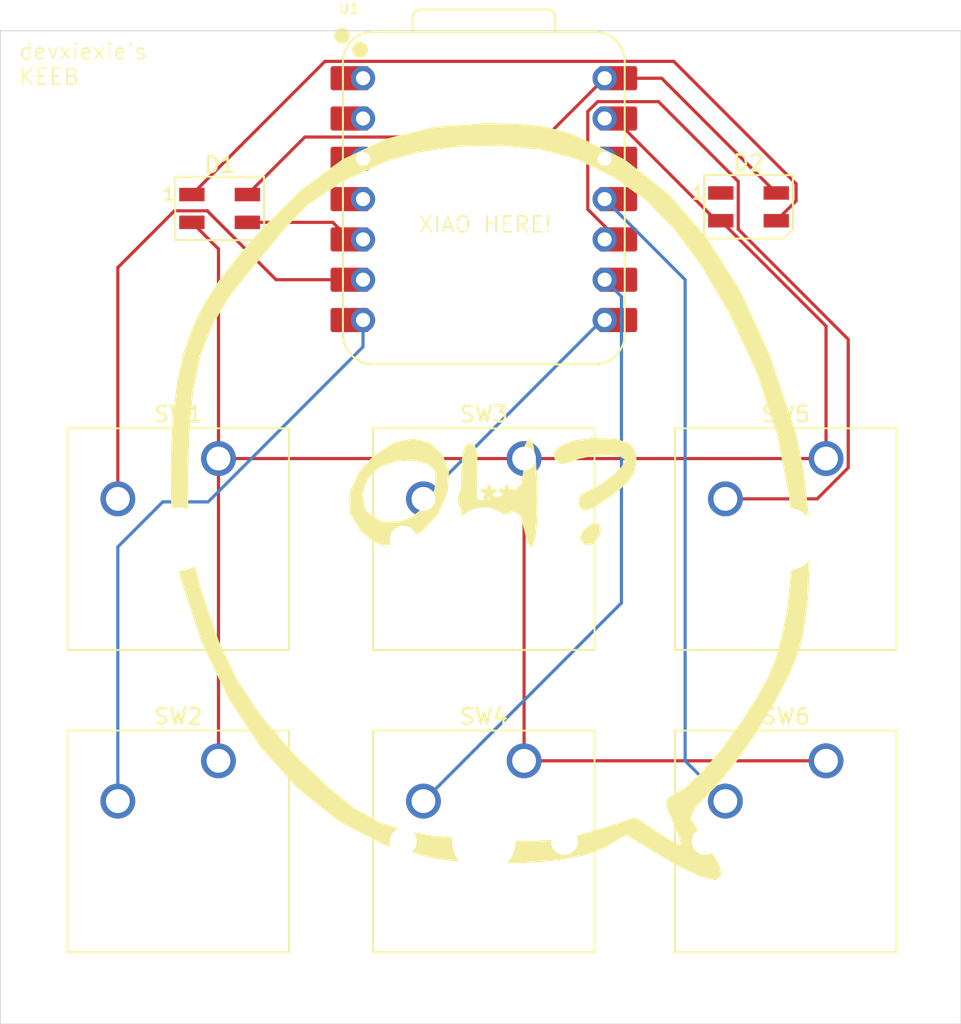
<source format=kicad_pcb>
(kicad_pcb (version 20240108) (generator "pcbnew") (generator_version "8.0")
  (layers (0 "F.Cu" signal) (31 "B.Cu" signal) (34 "B.Paste" user) (35 "F.Paste" user) (36 "B.SilkS" user "B.Silkscreen") (37 "F.SilkS" user "F.Silkscreen") (38 "B.Mask" user) (39 "F.Mask" user) (44 "Edge.Cuts" user))
  (net 0 "")
  (net 1 "Net-(D1-DOUT)")
  (net 2 "GND")
  (net 3 "+5V")
  (net 4 "Net-(D1-DIN)")
  (net 6 "Net-(U1-GPIO7{slash}SCL)")
  (net 7 "Net-(U1-GPIO0{slash}TX)")
  (net 8 "Net-(U1-GPIO1{slash}RX)")
  (net 9 "Net-(U1-GPIO2{slash}SCK)")
  (net 10 "Net-(U1-GPIO4{slash}MISO)")
  (net 11 "Net-(U1-GPIO3{slash}MOSI)")
  (footprint "Button_Switch_Keyboard:SW_Cherry_MX_1.00u_PCB" (layer "F.Cu") (at 135.659 78.26375)
    (property "Reference" "SW1" (at -2.54 -2.794 0) (layer "F.SilkS"))
    (property "Value" "SW_Push")
    (fp_line (start -9.525 -1.905) (end 4.445 -1.905) (stroke (width 0.12)) (layer "F.SilkS"))
    (fp_line (start -9.525 12.065) (end -9.525 -1.905) (stroke (width 0.12)) (layer "F.SilkS"))
    (fp_line (start 4.445 -1.905) (end 4.445 12.065) (stroke (width 0.12)) (layer "F.SilkS"))
    (fp_line (start 4.445 12.065) (end -9.525 12.065) (stroke (width 0.12)) (layer "F.SilkS"))
    (pad "" np_thru_hole circle (at -7.62 5.08) (size 1.7 1.7) (drill 1.7) (layers "*.Cu" "*.Mask"))
    (pad "" np_thru_hole circle (at -2.54 5.08) (size 4 4) (drill 4) (layers "*.Cu" "*.Mask"))
    (pad "" np_thru_hole circle (at 2.54 5.08) (size 1.7 1.7) (drill 1.7) (layers "*.Cu" "*.Mask"))
    (pad "1" thru_hole circle (at 0 0) (size 2.2 2.2) (drill 1.5) (layers "*.Cu" "*.Mask") (net 2 "GND"))
    (pad "2" thru_hole circle (at -6.35 2.54) (size 2.2 2.2) (drill 1.5) (layers "*.Cu" "*.Mask") (net 6 "Net-(U1-GPIO7{slash}SCL)"))
  )
  (footprint "LOGO" (layer "F.Cu") (at 153.1 80.9)
    (property "Reference" "G***" (at 0 0 0) (layer "F.SilkS") (effects (font (size 1.5 1.5) (thickness 0.3))))
    (property "Value" "LOGO" (hide yes))
    (fp_poly (pts (xy 6.626234 1.499634) (xy 6.642159 1.514461) (xy 6.67973 1.947754) (xy 6.588456 2.274149) (xy 6.176312 2.760985) (xy 5.673362 2.817309) (xy 5.375281 2.433449) (xy 5.366197 2.314125) (xy 5.616012 1.799539) (xy 6.145835 1.459222)) (fill solid) (layer "F.SilkS"))
    (fp_poly (pts (xy 7.687946 -3.864554) (xy 8.502336 -3.603756) (xy 8.87485 -3.079575) (xy 8.943662 -2.468194) (xy 8.785496 -1.686793) (xy 8.216795 -0.965492) (xy 7.459 -0.35999) (xy 6.427259 0.352881) (xy 5.807857 0.652528) (xy 5.456481 0.575249) (xy 5.243854 0.197187) (xy 5.355992 -0.325976) (xy 5.712698 -0.53305) (xy 6.48941 -0.91123) (xy 7.323039 -1.496623) (xy 7.980115 -2.103867) (xy 8.228169 -2.53019) (xy 7.920047 -2.762156) (xy 7.163538 -2.851382) (xy 6.210426 -2.802401) (xy 5.312496 -2.619749) (xy 4.946524 -2.471083) (xy 4.220374 -2.266449) (xy 3.807367 -2.495167) (xy 3.673464 -2.981303) (xy 4.114002 -3.436749) (xy 4.989666 -3.781009) (xy 6.16114 -3.933585) (xy 6.29968 -3.935211)) (fill solid) (layer "F.SilkS"))
    (fp_poly (pts (xy -4.088708 -3.617182) (xy -3.302891 -2.895731) (xy -2.898231 -1.825227) (xy -2.977119 -0.497142) (xy -3.587087 0.909934) (xy -4.586414 1.956305) (xy -5.938354 2.66445) (xy -7.045702 2.861972) (xy -7.615173 2.625712) (xy -8.35746 2.046451) (xy -8.465847 1.941324) (xy -9.155669 0.81238) (xy -9.184465 -0.431973) (xy -8.35522 -0.431973) (xy -8.192083 0.498479) (xy -8.004018 0.765526) (xy -7.120464 1.346156) (xy -6.008464 1.315249) (xy -5.243607 1.033791) (xy -4.364031 0.328255) (xy -3.812826 -0.688146) (xy -3.740378 -1.723284) (xy -3.769386 -1.82984) (xy -4.252809 -2.29812) (xy -5.163128 -2.511011) (xy -6.251066 -2.447059) (xy -7.195573 -2.124727) (xy -7.999482 -1.390633) (xy -8.35522 -0.431973) (xy -9.184465 -0.431973) (xy -9.185233 -0.465178) (xy -8.568933 -1.801685) (xy -7.709204 -2.772535) (xy -6.394254 -3.647054) (xy -5.153293 -3.898113)) (fill solid) (layer "F.SilkS"))
    (fp_poly (pts (xy 2.235915 -3.845774) (xy 2.436611 -3.448994) (xy 2.582077 -2.539693) (xy 2.669759 -1.311971) (xy 2.697103 0.040071) (xy 2.661555 1.322334) (xy 2.560562 2.340716) (xy 2.391569 2.901118) (xy 2.325352 2.951409) (xy 2.053552 2.703467) (xy 1.86664 1.97925) (xy 1.855502 1.878169) (xy 1.615769 0.987313) (xy 1.205927 0.715493) (xy 0.088634 1.034803) (xy -0.814739 1.849617) (xy -1.08151 2.347104) (xy -1.469012 3.11672) (xy -1.774032 3.186983) (xy -1.991537 2.569829) (xy -2.116494 1.277196) (xy -2.146479 -0.178873) (xy -2.12907 -1.786992) (xy -2.063135 -2.804248) (xy -1.928114 -3.354726) (xy -1.703446 -3.56251) (xy -1.583337 -3.577464) (xy -1.239118 -3.425781) (xy -1.098466 -2.866569) (xy -1.110385 -1.878169) (xy -1.13397 -0.851927) (xy -1.091772 -0.169295) (xy -1.047472 -0.032175) (xy -0.644489 -0.040154) (xy 0.170005 -0.240914) (xy 0.447183 -0.328229) (xy 1.275441 -0.650757) (xy 1.665559 -1.058689) (xy 1.781883 -1.803736) (xy 1.788732 -2.382908) (xy 1.859592 -3.43567) (xy 2.085083 -3.849204)) (fill solid) (layer "F.SilkS"))
    (fp_poly (pts (xy 1.438981 -23.731243) (xy 2.951369 -23.582163) (xy 4.248969 -23.290098) (xy 5.161066 -22.982698) (xy 8.199912 -21.475645) (xy 10.937783 -19.336779) (xy 13.378423 -16.561001) (xy 15.525577 -13.143217) (xy 17.382989 -9.07833) (xy 18.954404 -4.361241) (xy 19.023887 -4.114084) (xy 19.500044 -1.825469) (xy 19.784539 0.796083) (xy 19.874348 3.526294) (xy 19.766448 6.140886) (xy 19.457814 8.415582) (xy 19.2064 9.424358) (xy 18.570258 10.997614) (xy 17.58607 12.865304) (xy 16.390919 14.810663) (xy 15.121889 16.616928) (xy 13.916063 18.067333) (xy 13.447141 18.53123) (xy 12.6677 19.366178) (xy 12.372633 19.98594) (xy 12.406171 20.141089) (xy 12.766915 20.700384) (xy 13.333449 21.551672) (xy 13.489492 21.783021) (xy 14.164673 22.958827) (xy 14.29916 23.677077) (xy 13.904962 23.934578) (xy 12.994092 23.728141) (xy 11.578558 23.054573) (xy 10.669779 22.532313) (xy 8.281812 21.099523) (xy 6.927484 21.898596) (xy 5.684096 22.371716) (xy 3.906768 22.69827) (xy 1.763959 22.867961) (xy -0.575874 22.870491) (xy -2.944272 22.695564) (xy -3.933995 22.562526) (xy -6.947815 21.740445) (xy -9.792329 20.265683) (xy -12.420598 18.190508) (xy -14.785682 15.567192) (xy -16.840641 12.448003) (xy -18.538534 8.885212) (xy -19.832423 4.931089) (xy -19.858698 4.829578) (xy -20.229559 2.76333) (xy -20.430899 0.26839) (xy -20.432765 0.125765) (xy -19.345111 0.125765) (xy -19.285082 1.709) (xy -19.1376 3.026524) (xy -18.876737 4.302783) (xy -18.476567 5.762223) (xy -18.437882 5.893199) (xy -17.428787 8.848684) (xy -16.248556 11.327983) (xy -14.757436 13.569714) (xy -12.815678 15.812494) (xy -12.342254 16.301189) (xy -10.530681 18.05649) (xy -8.945505 19.339441) (xy -7.404586 20.22976) (xy -5.725785 20.807163) (xy -3.726963 21.151368) (xy -1.225979 21.342092) (xy -0.776319 21.36328) (xy 1.226601 21.438848) (xy 2.705983 21.447923) (xy 3.851984 21.374682) (xy 4.854763 21.203304) (xy 5.904478 20.917964) (xy 6.382493 20.767606) (xy 8.879801 19.964614) (xy 10.232944 20.884099) (xy 11.060928 21.405411) (xy 11.608125 21.672589) (xy 11.711194 21.678478) (xy 11.650843 21.310903) (xy 11.349877 20.538566) (xy 11.19491 20.199225) (xy 10.823938 19.305158) (xy 10.807692 18.848509) (xy 11.035371 18.68258) (xy 11.954128 18.129086) (xy 13.089555 17.073622) (xy 14.320179 15.644767) (xy 15.524528 13.971098) (xy 15.60911 13.841297) (xy 16.584747 12.292752) (xy 17.25248 11.075569) (xy 17.715012 9.935167) (xy 18.075048 8.616961) (xy 18.435289 6.866371) (xy 18.446531 6.807857) (xy 18.778315 3.394724) (xy 18.551593 -0.300816) (xy 17.79219 -4.148267) (xy 16.52593 -8.017132) (xy 14.778637 -11.776914) (xy 14.763096 -11.805633) (xy 13.02935 -14.746687) (xy 11.313376 -17.081139) (xy 9.516263 -18.908304) (xy 7.539102 -20.327496) (xy 5.282983 -21.438027) (xy 5.094475 -21.513742) (xy 2.936845 -22.095843) (xy 0.386689 -22.355425) (xy -2.311569 -22.295888) (xy -4.913506 -21.920632) (xy -6.890325 -21.347013) (xy -9.584065 -20.098466) (xy -11.766585 -18.631082) (xy -13.23662 -17.143364) (xy -14.022274 -16.162403) (xy -14.982653 -15.013957) (xy -15.408428 -14.520164) (xy -16.808325 -12.749558) (xy -17.848076 -10.990858) (xy -18.574791 -9.093557) (xy -19.035578 -6.907146) (xy -19.277545 -4.281119) (xy -19.343612 -1.947631) (xy -19.345111 0.125765) (xy -20.432765 0.125765) (xy -20.466146 -2.42635) (xy -20.338726 -5.091999) (xy -20.052065 -7.499662) (xy -19.647171 -9.301408) (xy -19.073214 -10.921689) (xy -18.358537 -12.389895) (xy -17.398071 -13.873516) (xy -16.086748 -15.540042) (xy -14.813918 -17.006105) (xy -12.23289 -19.57733) (xy -9.620597 -21.488346) (xy -6.869075 -22.790315) (xy -3.87036 -23.534397) (xy -0.53662 -23.77174)) (fill solid) (layer "F.SilkS"))
  )
  (footprint "Button_Switch_Keyboard:SW_Cherry_MX_1.00u_PCB" (layer "F.Cu") (at 154.94 97.31375)
    (property "Reference" "SW4" (at -2.54 -2.794 0) (layer "F.SilkS"))
    (property "Value" "SW_Push")
    (fp_line (start -9.525 -1.905) (end 4.445 -1.905) (stroke (width 0.12)) (layer "F.SilkS"))
    (fp_line (start -9.525 12.065) (end -9.525 -1.905) (stroke (width 0.12)) (layer "F.SilkS"))
    (fp_line (start 4.445 -1.905) (end 4.445 12.065) (stroke (width 0.12)) (layer "F.SilkS"))
    (fp_line (start 4.445 12.065) (end -9.525 12.065) (stroke (width 0.12)) (layer "F.SilkS"))
    (pad "" np_thru_hole circle (at -7.62 5.08) (size 1.7 1.7) (drill 1.7) (layers "*.Cu" "*.Mask"))
    (pad "" np_thru_hole circle (at -2.54 5.08) (size 4 4) (drill 4) (layers "*.Cu" "*.Mask"))
    (pad "" np_thru_hole circle (at 2.54 5.08) (size 1.7 1.7) (drill 1.7) (layers "*.Cu" "*.Mask"))
    (pad "1" thru_hole circle (at 0 0) (size 2.2 2.2) (drill 1.5) (layers "*.Cu" "*.Mask") (net 2 "GND"))
    (pad "2" thru_hole circle (at -6.35 2.54) (size 2.2 2.2) (drill 1.5) (layers "*.Cu" "*.Mask") (net 9 "Net-(U1-GPIO2{slash}SCK)"))
  )
  (footprint "LED_SMD:LED_SK6812MINI_PLCC4_3.5x3.5mm_P1.75mm" (layer "F.Cu") (at 135.73125 62.5)
    (property "Reference" "D1" (at 0 -2.75 0) (layer "F.SilkS"))
    (property "Value" "SK6812MINI")
    (fp_line (start -2.8 -2) (end -2.8 2) (stroke (width 0.12)) (layer "F.SilkS"))
    (fp_line (start -2.8 -2) (end 2.8 -2) (stroke (width 0.12)) (layer "F.SilkS"))
    (fp_line (start -2.8 2) (end 2.2 2) (stroke (width 0.12)) (layer "F.SilkS"))
    (fp_line (start 2.8 1.4) (end 2.2 2) (stroke (width 0.12)) (layer "F.SilkS"))
    (fp_line (start 2.8 1.4) (end 2.8 -2) (stroke (width 0.12)) (layer "F.SilkS"))
    (fp_text user "1" (at -3.2 -0.875 0) (layer "F.SilkS") (effects (font (size 0.8 0.8))))
    (pad "1" smd rect (at -1.75 -0.875) (size 1.6 0.85) (layers "F.Cu" "F.Paste" "F.Mask") (net 1 "Net-(D1-DOUT)"))
    (pad "2" smd rect (at -1.75 0.875) (size 1.6 0.85) (layers "F.Cu" "F.Paste" "F.Mask") (net 2 "GND"))
    (pad "3" smd rect (at 1.75 0.875) (size 1.6 0.85) (layers "F.Cu" "F.Paste" "F.Mask") (net 4 "Net-(D1-DIN)"))
    (pad "4" smd rect (at 1.75 -0.875) (size 1.6 0.85) (layers "F.Cu" "F.Paste" "F.Mask") (net 3 "+5V"))
  )
  (footprint "LED_SMD:LED_SK6812MINI_PLCC4_3.5x3.5mm_P1.75mm" (layer "F.Cu") (at 169.1 62.4)
    (property "Reference" "D2" (at 0 -2.75 0) (layer "F.SilkS"))
    (property "Value" "SK6812MINI")
    (fp_line (start -2.8 -2) (end -2.8 2) (stroke (width 0.12)) (layer "F.SilkS"))
    (fp_line (start -2.8 -2) (end 2.8 -2) (stroke (width 0.12)) (layer "F.SilkS"))
    (fp_line (start -2.8 2) (end 2.2 2) (stroke (width 0.12)) (layer "F.SilkS"))
    (fp_line (start 2.8 1.4) (end 2.2 2) (stroke (width 0.12)) (layer "F.SilkS"))
    (fp_line (start 2.8 1.4) (end 2.8 -2) (stroke (width 0.12)) (layer "F.SilkS"))
    (fp_text user "1" (at -3.2 -0.875 0) (layer "F.SilkS") (effects (font (size 0.8 0.8))))
    (pad "1" smd rect (at -1.75 -0.875) (size 1.6 0.85) (layers "F.Cu" "F.Paste" "F.Mask"))
    (pad "2" smd rect (at -1.75 0.875) (size 1.6 0.85) (layers "F.Cu" "F.Paste" "F.Mask") (net 2 "GND"))
    (pad "3" smd rect (at 1.75 0.875) (size 1.6 0.85) (layers "F.Cu" "F.Paste" "F.Mask") (net 1 "Net-(D1-DOUT)"))
    (pad "4" smd rect (at 1.75 -0.875) (size 1.6 0.85) (layers "F.Cu" "F.Paste" "F.Mask") (net 3 "+5V"))
  )
  (footprint "Button_Switch_Keyboard:SW_Cherry_MX_1.00u_PCB" (layer "F.Cu") (at 154.94 78.26375)
    (property "Reference" "SW3" (at -2.54 -2.794 0) (layer "F.SilkS"))
    (property "Value" "SW_Push")
    (fp_line (start -9.525 -1.905) (end 4.445 -1.905) (stroke (width 0.12)) (layer "F.SilkS"))
    (fp_line (start -9.525 12.065) (end -9.525 -1.905) (stroke (width 0.12)) (layer "F.SilkS"))
    (fp_line (start 4.445 -1.905) (end 4.445 12.065) (stroke (width 0.12)) (layer "F.SilkS"))
    (fp_line (start 4.445 12.065) (end -9.525 12.065) (stroke (width 0.12)) (layer "F.SilkS"))
    (pad "" np_thru_hole circle (at -7.62 5.08) (size 1.7 1.7) (drill 1.7) (layers "*.Cu" "*.Mask"))
    (pad "" np_thru_hole circle (at -2.54 5.08) (size 4 4) (drill 4) (layers "*.Cu" "*.Mask"))
    (pad "" np_thru_hole circle (at 2.54 5.08) (size 1.7 1.7) (drill 1.7) (layers "*.Cu" "*.Mask"))
    (pad "1" thru_hole circle (at 0 0) (size 2.2 2.2) (drill 1.5) (layers "*.Cu" "*.Mask") (net 2 "GND"))
    (pad "2" thru_hole circle (at -6.35 2.54) (size 2.2 2.2) (drill 1.5) (layers "*.Cu" "*.Mask") (net 8 "Net-(U1-GPIO1{slash}RX)"))
  )
  (footprint "OPL:XIAO-RP2040-DIP" (layer "F.Cu") (at 152.4 61.9125)
    (property "Reference" "U1" (at -8.5 -12 0) (layer "F.SilkS") (effects (font (size 0.635 0.635) (thickness 0.1016))))
    (property "Value" "XIAO-RP2040-DIP")
    (fp_line (start -8.89 8.509) (end -8.89 -8.636) (stroke (width 0.127)) (layer "F.SilkS"))
    (fp_line (start -6.985 10.414) (end 6.985 10.414) (stroke (width 0.127)) (layer "F.SilkS"))
    (fp_line (start -4.495 -10.541) (end -4.491272 -11.451272) (stroke (width 0.127)) (layer "F.SilkS"))
    (fp_line (start -3.991272 -11.951) (end 4.004 -11.951) (stroke (width 0.127)) (layer "F.SilkS"))
    (fp_line (start 4.504 -11.451) (end 4.504 -10.541) (stroke (width 0.127)) (layer "F.SilkS"))
    (fp_line (start 6.985 -10.541) (end -6.985 -10.541) (stroke (width 0.1)) (layer "F.SilkS"))
    (fp_line (start 6.985 -10.541) (end -6.985 -10.541) (stroke (width 0.127)) (layer "F.SilkS"))
    (fp_line (start 8.89 8.509) (end 8.89 -8.636) (stroke (width 0.127)) (layer "F.SilkS"))
    (fp_arc (start -8.89 -8.636) (mid -8.332038 -9.983038) (end -6.985 -10.541) (stroke (width 0.127)) (layer "F.SilkS"))
    (fp_arc (start -6.985 10.414) (mid -8.332038 9.856038) (end -8.89 8.509) (stroke (width 0.127)) (layer "F.SilkS"))
    (fp_arc (start -4.491272 -11.451272) (mid -4.344724 -11.804644) (end -3.991272 -11.951) (stroke (width 0.127)) (layer "F.SilkS"))
    (fp_arc (start 4.004 -11.951) (mid 4.357553 -11.804553) (end 4.504 -11.451) (stroke (width 0.127)) (layer "F.SilkS"))
    (fp_arc (start 6.985 -10.541) (mid 8.332038 -9.983038) (end 8.89 -8.636) (stroke (width 0.127)) (layer "F.SilkS"))
    (fp_arc (start 8.89 8.509) (mid 8.332038 9.856038) (end 6.985 10.414) (stroke (width 0.127)) (layer "F.SilkS"))
    (fp_circle (center -8.95 -10.3) (end -8.95 -10.554) (stroke (width 0.5)) (fill solid) (layer "F.SilkS"))
    (fp_circle (center -7.807 -9.42) (end -7.807 -9.674) (stroke (width 0.5)) (fill solid) (layer "F.SilkS"))
    (pad "1" smd roundrect (at -8.455 -7.62 180) (size 2.432 1.524) (layers "F.Cu" "F.Mask") (roundrect_rratio 0.1))
    (pad "1" thru_hole circle (at -7.62 -7.62 180) (size 1.524 1.524) (drill 0.889) (layers "*.Cu" "*.Mask"))
    (pad "2" smd roundrect (at -8.455 -5.08 180) (size 2.432 1.524) (layers "F.Cu" "F.Mask") (roundrect_rratio 0.1))
    (pad "2" thru_hole circle (at -7.62 -5.08 180) (size 1.524 1.524) (drill 0.889) (layers "*.Cu" "*.Mask"))
    (pad "3" smd roundrect (at -8.455 -2.54 180) (size 2.432 1.524) (layers "F.Cu" "F.Mask") (roundrect_rratio 0.1))
    (pad "3" thru_hole circle (at -7.62 -2.54 180) (size 1.524 1.524) (drill 0.889) (layers "*.Cu" "*.Mask"))
    (pad "4" smd roundrect (at -8.455 0 180) (size 2.432 1.524) (layers "F.Cu" "F.Mask") (roundrect_rratio 0.1))
    (pad "4" thru_hole circle (at -7.62 0 180) (size 1.524 1.524) (drill 0.889) (layers "*.Cu" "*.Mask"))
    (pad "5" smd roundrect (at -8.455 2.54 180) (size 2.432 1.524) (layers "F.Cu" "F.Mask") (roundrect_rratio 0.1) (net 4 "Net-(D1-DIN)"))
    (pad "5" thru_hole circle (at -7.62 2.54 180) (size 1.524 1.524) (drill 0.889) (layers "*.Cu" "*.Mask") (net 4 "Net-(D1-DIN)"))
    (pad "6" smd roundrect (at -8.455 5.08 180) (size 2.432 1.524) (layers "F.Cu" "F.Mask") (roundrect_rratio 0.1) (net 6 "Net-(U1-GPIO7{slash}SCL)"))
    (pad "6" thru_hole circle (at -7.62 5.08 180) (size 1.524 1.524) (drill 0.889) (layers "*.Cu" "*.Mask") (net 6 "Net-(U1-GPIO7{slash}SCL)"))
    (pad "7" smd roundrect (at -8.455 7.62 180) (size 2.432 1.524) (layers "F.Cu" "F.Mask") (roundrect_rratio 0.1) (net 7 "Net-(U1-GPIO0{slash}TX)"))
    (pad "7" thru_hole circle (at -7.62 7.62 180) (size 1.524 1.524) (drill 0.889) (layers "*.Cu" "*.Mask") (net 7 "Net-(U1-GPIO0{slash}TX)"))
    (pad "8" thru_hole circle (at 7.62 7.62) (size 1.524 1.524) (drill 0.889) (layers "*.Cu" "*.Mask") (net 8 "Net-(U1-GPIO1{slash}RX)"))
    (pad "8" smd roundrect (at 8.455 7.62) (size 2.432 1.524) (layers "F.Cu" "F.Mask") (roundrect_rratio 0.1) (net 8 "Net-(U1-GPIO1{slash}RX)"))
    (pad "9" thru_hole circle (at 7.62 5.08) (size 1.524 1.524) (drill 0.889) (layers "*.Cu" "*.Mask") (net 9 "Net-(U1-GPIO2{slash}SCK)"))
    (pad "9" smd roundrect (at 8.455 5.08) (size 2.432 1.524) (layers "F.Cu" "F.Mask") (roundrect_rratio 0.1) (net 9 "Net-(U1-GPIO2{slash}SCK)"))
    (pad "10" thru_hole circle (at 7.62 2.54) (size 1.524 1.524) (drill 0.889) (layers "*.Cu" "*.Mask") (net 10 "Net-(U1-GPIO4{slash}MISO)"))
    (pad "10" smd roundrect (at 8.455 2.54) (size 2.432 1.524) (layers "F.Cu" "F.Mask") (roundrect_rratio 0.1) (net 10 "Net-(U1-GPIO4{slash}MISO)"))
    (pad "11" thru_hole circle (at 7.62 0) (size 1.524 1.524) (drill 0.889) (layers "*.Cu" "*.Mask") (net 11 "Net-(U1-GPIO3{slash}MOSI)"))
    (pad "11" smd roundrect (at 8.455 0) (size 2.432 1.524) (layers "F.Cu" "F.Mask") (roundrect_rratio 0.1) (net 11 "Net-(U1-GPIO3{slash}MOSI)"))
    (pad "12" thru_hole circle (at 7.62 -2.54) (size 1.524 1.524) (drill 0.889) (layers "*.Cu" "*.Mask"))
    (pad "12" smd roundrect (at 8.455 -2.54) (size 2.432 1.524) (layers "F.Cu" "F.Mask") (roundrect_rratio 0.1))
    (pad "13" thru_hole circle (at 7.62 -5.08) (size 1.524 1.524) (drill 0.889) (layers "*.Cu" "*.Mask") (net 2 "GND"))
    (pad "13" smd roundrect (at 8.455 -5.08) (size 2.432 1.524) (layers "F.Cu" "F.Mask") (roundrect_rratio 0.1) (net 2 "GND"))
    (pad "14" thru_hole circle (at 7.62 -7.62) (size 1.524 1.524) (drill 0.889) (layers "*.Cu" "*.Mask") (net 3 "+5V"))
    (pad "14" smd roundrect (at 8.455 -7.62) (size 2.432 1.524) (layers "F.Cu" "F.Mask") (roundrect_rratio 0.1) (net 3 "+5V"))
  )
  (footprint "Button_Switch_Keyboard:SW_Cherry_MX_1.00u_PCB" (layer "F.Cu") (at 135.659 97.31375)
    (property "Reference" "SW2" (at -2.54 -2.794 0) (layer "F.SilkS"))
    (property "Value" "SW_Push")
    (fp_line (start -9.525 -1.905) (end 4.445 -1.905) (stroke (width 0.12)) (layer "F.SilkS"))
    (fp_line (start -9.525 12.065) (end -9.525 -1.905) (stroke (width 0.12)) (layer "F.SilkS"))
    (fp_line (start 4.445 -1.905) (end 4.445 12.065) (stroke (width 0.12)) (layer "F.SilkS"))
    (fp_line (start 4.445 12.065) (end -9.525 12.065) (stroke (width 0.12)) (layer "F.SilkS"))
    (pad "" np_thru_hole circle (at -7.62 5.08) (size 1.7 1.7) (drill 1.7) (layers "*.Cu" "*.Mask"))
    (pad "" np_thru_hole circle (at -2.54 5.08) (size 4 4) (drill 4) (layers "*.Cu" "*.Mask"))
    (pad "" np_thru_hole circle (at 2.54 5.08) (size 1.7 1.7) (drill 1.7) (layers "*.Cu" "*.Mask"))
    (pad "1" thru_hole circle (at 0 0) (size 2.2 2.2) (drill 1.5) (layers "*.Cu" "*.Mask") (net 2 "GND"))
    (pad "2" thru_hole circle (at -6.35 2.54) (size 2.2 2.2) (drill 1.5) (layers "*.Cu" "*.Mask") (net 7 "Net-(U1-GPIO0{slash}TX)"))
  )
  (footprint "Button_Switch_Keyboard:SW_Cherry_MX_1.00u_PCB" (layer "F.Cu") (at 173.99 78.26375)
    (property "Reference" "SW5" (at -2.54 -2.794 0) (layer "F.SilkS"))
    (property "Value" "SW_Push")
    (fp_line (start -9.525 -1.905) (end 4.445 -1.905) (stroke (width 0.12)) (layer "F.SilkS"))
    (fp_line (start -9.525 12.065) (end -9.525 -1.905) (stroke (width 0.12)) (layer "F.SilkS"))
    (fp_line (start 4.445 -1.905) (end 4.445 12.065) (stroke (width 0.12)) (layer "F.SilkS"))
    (fp_line (start 4.445 12.065) (end -9.525 12.065) (stroke (width 0.12)) (layer "F.SilkS"))
    (pad "" np_thru_hole circle (at -7.62 5.08) (size 1.7 1.7) (drill 1.7) (layers "*.Cu" "*.Mask"))
    (pad "" np_thru_hole circle (at -2.54 5.08) (size 4 4) (drill 4) (layers "*.Cu" "*.Mask"))
    (pad "" np_thru_hole circle (at 2.54 5.08) (size 1.7 1.7) (drill 1.7) (layers "*.Cu" "*.Mask"))
    (pad "1" thru_hole circle (at 0 0) (size 2.2 2.2) (drill 1.5) (layers "*.Cu" "*.Mask") (net 2 "GND"))
    (pad "2" thru_hole circle (at -6.35 2.54) (size 2.2 2.2) (drill 1.5) (layers "*.Cu" "*.Mask") (net 10 "Net-(U1-GPIO4{slash}MISO)"))
  )
  (footprint "Button_Switch_Keyboard:SW_Cherry_MX_1.00u_PCB" (layer "F.Cu") (at 173.99 97.31375)
    (property "Reference" "SW6" (at -2.54 -2.794 0) (layer "F.SilkS"))
    (property "Value" "SW_Push")
    (fp_line (start -9.525 -1.905) (end 4.445 -1.905) (stroke (width 0.12)) (layer "F.SilkS"))
    (fp_line (start -9.525 12.065) (end -9.525 -1.905) (stroke (width 0.12)) (layer "F.SilkS"))
    (fp_line (start 4.445 -1.905) (end 4.445 12.065) (stroke (width 0.12)) (layer "F.SilkS"))
    (fp_line (start 4.445 12.065) (end -9.525 12.065) (stroke (width 0.12)) (layer "F.SilkS"))
    (pad "" np_thru_hole circle (at -7.62 5.08) (size 1.7 1.7) (drill 1.7) (layers "*.Cu" "*.Mask"))
    (pad "" np_thru_hole circle (at -2.54 5.08) (size 4 4) (drill 4) (layers "*.Cu" "*.Mask"))
    (pad "" np_thru_hole circle (at 2.54 5.08) (size 1.7 1.7) (drill 1.7) (layers "*.Cu" "*.Mask"))
    (pad "1" thru_hole circle (at 0 0) (size 2.2 2.2) (drill 1.5) (layers "*.Cu" "*.Mask") (net 2 "GND"))
    (pad "2" thru_hole circle (at -6.35 2.54) (size 2.2 2.2) (drill 1.5) (layers "*.Cu" "*.Mask") (net 11 "Net-(U1-GPIO3{slash}MOSI)"))
  )
  (gr_rect (start 121.9 51.3) (end 182.5 113.9) (stroke (width 0.05)) (fill none) (layer "Edge.Cuts"))
  (gr_text "XIAO HERE!" (at 148.2 64.1 0) (layer "F.SilkS") (effects (font (size 1 1) (thickness 0.1)) (justify left bottom)))
  (gr_text "devxiexie's\nKEEB" (at 123 54.8 0) (layer "F.SilkS") (effects (font (size 1 1) (thickness 0.1)) (justify left bottom)))
  (segment (start 172.1 62.025) (end 170.85 63.275) (width 0.2) (layer "F.Cu") (net 1))
  (segment (start 142.37575 53.2305) (end 164.3805 53.2305) (width 0.2) (layer "F.Cu") (net 1))
  (segment (start 172.1 60.95) (end 172.1 62.025) (width 0.2) (layer "F.Cu") (net 1))
  (segment (start 133.98125 61.625) (end 142.37575 53.2305) (width 0.2) (layer "F.Cu") (net 1))
  (segment (start 164.3805 53.2305) (end 172.1 60.95) (width 0.2) (layer "F.Cu") (net 1))
  (segment (start 160.02 56.8325) (end 160.632214 56.8325) (width 0.2) (layer "F.Cu") (net 2))
  (segment (start 167.074714 63.275) (end 167.35 63.275) (width 0.2) (layer "F.Cu") (net 2))
  (segment (start 154.94 78.26375) (end 154.94 78.06) (width 0.2) (layer "F.Cu") (net 2))
  (segment (start 160.632214 56.8325) (end 167.074714 63.275) (width 0.2) (layer "F.Cu") (net 2))
  (segment (start 135.659 65.05275) (end 133.98125 63.375) (width 0.2) (layer "F.Cu") (net 2))
  (segment (start 154.94 97.31375) (end 173.99 97.31375) (width 0.2) (layer "F.Cu") (net 2))
  (segment (start 173.99 78.26375) (end 173.99 69.915) (width 0.2) (layer "F.Cu") (net 2))
  (segment (start 173.99 69.915) (end 167.35 63.275) (width 0.2) (layer "F.Cu") (net 2))
  (segment (start 154.73625 78.26375) (end 135.659 78.26375) (width 0.2) (layer "F.Cu") (net 2))
  (segment (start 154.94 78.26375) (end 173.99 78.26375) (width 0.2) (layer "F.Cu") (net 2))
  (segment (start 154.94 97.31375) (end 154.94 78.26375) (width 0.2) (layer "F.Cu") (net 2))
  (segment (start 135.659 97.31375) (end 135.659 78.26375) (width 0.2) (layer "F.Cu") (net 2))
  (segment (start 154.94 78.06) (end 154.73625 78.26375) (width 0.2) (layer "F.Cu") (net 2))
  (segment (start 135.659 78.26375) (end 135.659 65.05275) (width 0.2) (layer "F.Cu") (net 2))
  (segment (start 141.10625 58) (end 156.3125 58) (width 0.2) (layer "F.Cu") (net 3))
  (segment (start 156.3125 58) (end 160.02 54.2925) (width 0.2) (layer "F.Cu") (net 3))
  (segment (start 137.48125 61.625) (end 141.10625 58) (width 0.2) (layer "F.Cu") (net 3))
  (segment (start 163.6175 54.2925) (end 170.85 61.525) (width 0.2) (layer "F.Cu") (net 3))
  (segment (start 160.02 54.2925) (end 163.6175 54.2925) (width 0.2) (layer "F.Cu") (net 3))
  (segment (start 137.48125 63.375) (end 142.8675 63.375) (width 0.2) (layer "F.Cu") (net 4))
  (segment (start 142.8675 63.375) (end 143.945 64.4525) (width 0.2) (layer "F.Cu") (net 4))
  (segment (start 139.2925 66.9925) (end 143.945 66.9925) (width 0.2) (layer "F.Cu") (net 6))
  (segment (start 134.95 62.65) (end 139.2925 66.9925) (width 0.2) (layer "F.Cu") (net 6))
  (segment (start 129.309 66.22225) (end 132.88125 62.65) (width 0.2) (layer "F.Cu") (net 6))
  (segment (start 129.309 80.80375) (end 129.309 66.22225) (width 0.2) (layer "F.Cu") (net 6))
  (segment (start 132.88125 62.65) (end 134.95 62.65) (width 0.2) (layer "F.Cu") (net 6))
  (segment (start 135.00625 80.99375) (end 144.78 71.22) (width 0.2) (layer "B.Cu") (net 7))
  (segment (start 144.78 71.22) (end 144.78 69.5325) (width 0.2) (layer "B.Cu") (net 7))
  (segment (start 129.309 83.830348) (end 132.145598 80.99375) (width 0.2) (layer "B.Cu") (net 7))
  (segment (start 129.309 99.85375) (end 129.309 83.830348) (width 0.2) (layer "B.Cu") (net 7))
  (segment (start 132.145598 80.99375) (end 135.00625 80.99375) (width 0.2) (layer "B.Cu") (net 7))
  (segment (start 148.59 80.80375) (end 159.86125 69.5325) (width 0.2) (layer "B.Cu") (net 8))
  (segment (start 159.86125 69.5325) (end 160.02 69.5325) (width 0.2) (layer "B.Cu") (net 8))
  (segment (start 161.082 87.36175) (end 161.082 68.0545) (width 0.2) (layer "B.Cu") (net 9))
  (segment (start 161.082 68.0545) (end 160.02 66.9925) (width 0.2) (layer "B.Cu") (net 9))
  (segment (start 148.59 99.85375) (end 161.082 87.36175) (width 0.2) (layer "B.Cu") (net 9))
  (segment (start 175.39 78.843649) (end 175.39 70.749314) (width 0.2) (layer "F.Cu") (net 10))
  (segment (start 167.64 80.80375) (end 173.429899 80.80375) (width 0.2) (layer "F.Cu") (net 10))
  (segment (start 163.4205 55.7705) (end 159.580105 55.7705) (width 0.2) (layer "F.Cu") (net 10))
  (segment (start 175.39 70.749314) (end 168.45 63.809314) (width 0.2) (layer "F.Cu") (net 10))
  (segment (start 159.580105 55.7705) (end 158.958 56.392605) (width 0.2) (layer "F.Cu") (net 10))
  (segment (start 168.45 60.8) (end 163.4205 55.7705) (width 0.2) (layer "F.Cu") (net 10))
  (segment (start 173.429899 80.80375) (end 175.39 78.843649) (width 0.2) (layer "F.Cu") (net 10))
  (segment (start 158.958 56.392605) (end 158.958 62.5555) (width 0.2) (layer "F.Cu") (net 10))
  (segment (start 168.45 63.809314) (end 168.45 60.8) (width 0.2) (layer "F.Cu") (net 10))
  (segment (start 158.958 62.5555) (end 160.855 64.4525) (width 0.2) (layer "F.Cu") (net 10))
  (segment (start 165.1 66.9925) (end 160.02 61.9125) (width 0.2) (layer "B.Cu") (net 11))
  (segment (start 165.1 97.31375) (end 165.1 66.9925) (width 0.2) (layer "B.Cu") (net 11))
  (segment (start 167.64 99.85375) (end 165.1 97.31375) (width 0.2) (layer "B.Cu") (net 11))
)
</source>
